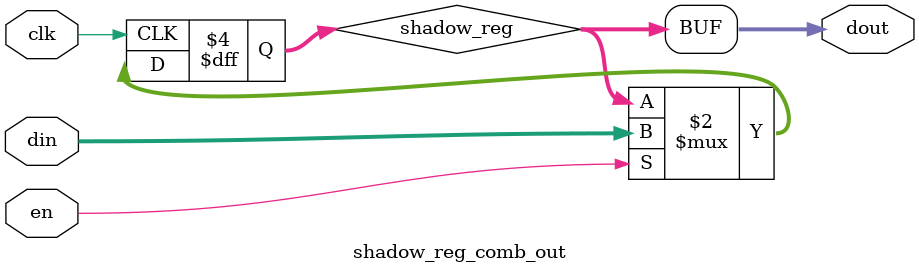
<source format=sv>
module shadow_reg_comb_out #(parameter WIDTH=8) (
    input clk, en,
    input [WIDTH-1:0] din,
    output [WIDTH-1:0] dout
);
    reg [WIDTH-1:0] shadow_reg;
    always @(posedge clk) begin
        if(en) shadow_reg <= din;
    end
    assign dout = shadow_reg;
endmodule
</source>
